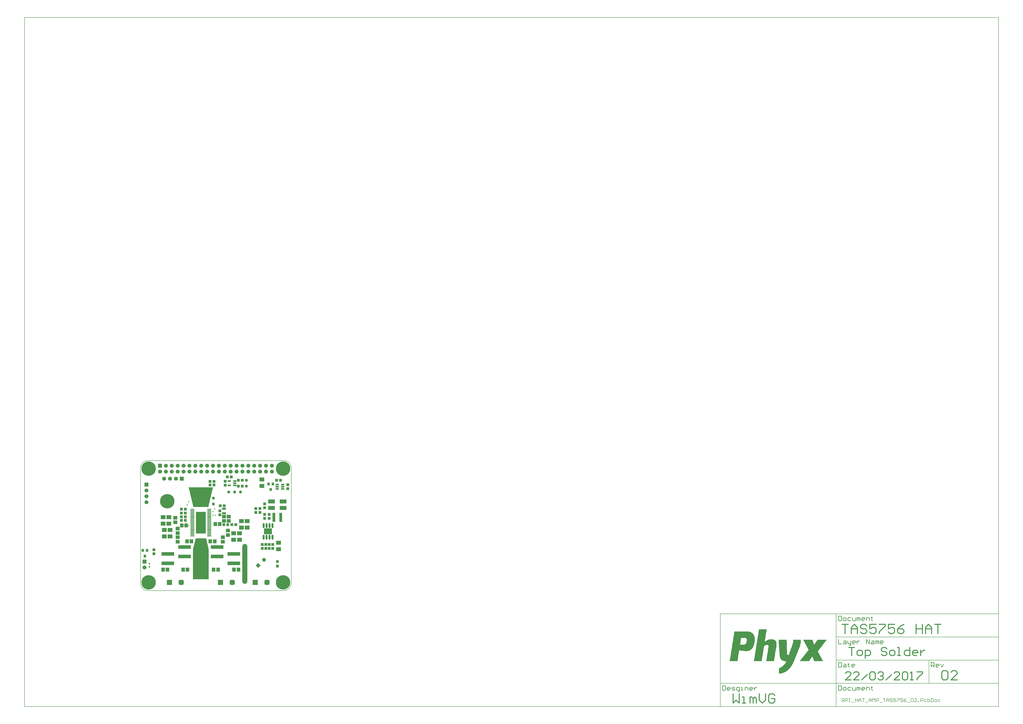
<source format=gts>
G04 Layer_Color=8388736*
%FSLAX25Y25*%
%MOIN*%
G70*
G01*
G75*
%ADD21R,0.06890X0.01181*%
%ADD34C,0.00787*%
%ADD35C,0.01575*%
%ADD36C,0.00984*%
%ADD46C,0.05118*%
%ADD54R,0.26575X0.50590*%
%ADD55R,0.11430X0.07099*%
%ADD56R,0.07887X0.07099*%
%ADD57R,0.21784X0.06430*%
%ADD58R,0.06706X0.03556*%
%ADD59R,0.04147X0.04737*%
%ADD60R,0.04147X0.04737*%
%ADD61R,0.05328X0.03162*%
%ADD62C,0.01968*%
%ADD63R,0.16942X0.36627*%
%ADD64R,0.02375X0.02690*%
%ADD65R,0.05131X0.04737*%
%ADD66R,0.04737X0.05131*%
%ADD67R,0.06706X0.05918*%
%ADD68R,0.05918X0.06706*%
%ADD69R,0.13792X0.10288*%
%ADD70O,0.03162X0.08674*%
%ADD71R,0.05131X0.15367*%
G04:AMPARAMS|DCode=72|XSize=57.21mil|YSize=57.21mil|CornerRadius=16.3mil|HoleSize=0mil|Usage=FLASHONLY|Rotation=45.000|XOffset=0mil|YOffset=0mil|HoleType=Round|Shape=RoundedRectangle|*
%AMROUNDEDRECTD72*
21,1,0.05721,0.02461,0,0,45.0*
21,1,0.02461,0.05721,0,0,45.0*
1,1,0.03261,0.01740,0.00000*
1,1,0.03261,0.00000,-0.01740*
1,1,0.03261,-0.01740,0.00000*
1,1,0.03261,0.00000,0.01740*
%
%ADD72ROUNDEDRECTD72*%
%ADD73P,0.08091X4X90.0*%
%ADD74R,0.04737X0.04737*%
G04:AMPARAMS|DCode=75|XSize=47.37mil|YSize=47.37mil|CornerRadius=13.84mil|HoleSize=0mil|Usage=FLASHONLY|Rotation=90.000|XOffset=0mil|YOffset=0mil|HoleType=Round|Shape=RoundedRectangle|*
%AMROUNDEDRECTD75*
21,1,0.04737,0.01968,0,0,90.0*
21,1,0.01968,0.04737,0,0,90.0*
1,1,0.02768,0.00984,0.00984*
1,1,0.02768,0.00984,-0.00984*
1,1,0.02768,-0.00984,-0.00984*
1,1,0.02768,-0.00984,0.00984*
%
%ADD75ROUNDEDRECTD75*%
%ADD76O,0.08674X0.67729*%
%ADD77C,0.24410*%
G04:AMPARAMS|DCode=78|XSize=86.74mil|YSize=86.74mil|CornerRadius=23.68mil|HoleSize=0mil|Usage=FLASHONLY|Rotation=0.000|XOffset=0mil|YOffset=0mil|HoleType=Round|Shape=RoundedRectangle|*
%AMROUNDEDRECTD78*
21,1,0.08674,0.03937,0,0,0.0*
21,1,0.03937,0.08674,0,0,0.0*
1,1,0.04737,0.01968,-0.01968*
1,1,0.04737,-0.01968,-0.01968*
1,1,0.04737,-0.01968,0.01968*
1,1,0.04737,0.01968,0.01968*
%
%ADD78ROUNDEDRECTD78*%
%ADD79R,0.08674X0.08674*%
%ADD80C,0.06706*%
%ADD81R,0.06706X0.06706*%
%ADD82R,0.06706X0.06706*%
G36*
X115157Y141732D02*
X89567D01*
X81693Y175197D01*
X123031D01*
X115157Y141732D01*
D02*
G37*
G36*
X115794Y69882D02*
X89219Y69882D01*
X93620Y88583D01*
X111394Y88583D01*
X115794Y69882D01*
D02*
G37*
G36*
X1165172Y-83717D02*
X1164886D01*
Y-84003D01*
X1164599D01*
Y-84290D01*
Y-84576D01*
X1164313D01*
Y-84862D01*
X1164027D01*
Y-85149D01*
X1163740D01*
Y-85435D01*
Y-85721D01*
X1163454D01*
Y-86007D01*
X1163168D01*
Y-86294D01*
X1162881D01*
Y-86580D01*
X1162595D01*
Y-86866D01*
Y-87153D01*
X1162309D01*
Y-87439D01*
X1162022D01*
Y-87725D01*
X1161736D01*
Y-88012D01*
Y-88298D01*
X1161450D01*
Y-88584D01*
X1161163D01*
Y-88871D01*
X1160877D01*
Y-89157D01*
X1160591D01*
Y-89443D01*
Y-89730D01*
X1160305D01*
Y-90016D01*
X1160018D01*
Y-90302D01*
X1159732D01*
Y-90588D01*
Y-90875D01*
X1159445D01*
Y-91161D01*
X1159159D01*
Y-91448D01*
X1158873D01*
Y-91734D01*
Y-92020D01*
X1158587D01*
Y-92306D01*
X1158300D01*
Y-92593D01*
X1158014D01*
Y-92879D01*
X1157728D01*
Y-93165D01*
Y-93452D01*
X1157441D01*
Y-93738D01*
X1157155D01*
Y-94024D01*
X1156869D01*
Y-94311D01*
Y-94597D01*
X1156582D01*
Y-94883D01*
X1156296D01*
Y-95170D01*
X1156010D01*
Y-95456D01*
Y-95742D01*
X1155723D01*
Y-96029D01*
X1155437D01*
Y-96315D01*
X1155151D01*
Y-96601D01*
X1154865D01*
Y-96887D01*
Y-97174D01*
X1154578D01*
Y-97460D01*
X1154292D01*
Y-97746D01*
X1154006D01*
Y-98033D01*
Y-98319D01*
X1153719D01*
Y-98605D01*
X1153433D01*
Y-98892D01*
X1153147D01*
Y-99178D01*
Y-99464D01*
X1152860D01*
Y-99751D01*
X1152574D01*
Y-100037D01*
X1152288D01*
Y-100323D01*
X1152001D01*
Y-100610D01*
Y-100896D01*
X1151715D01*
Y-101182D01*
X1151429D01*
Y-101468D01*
X1151142D01*
Y-101755D01*
Y-102041D01*
X1150856D01*
Y-102327D01*
X1150570D01*
Y-102614D01*
X1150284D01*
Y-102900D01*
X1149997D01*
Y-103186D01*
Y-103473D01*
X1150284D01*
Y-103759D01*
Y-104045D01*
X1150570D01*
Y-104332D01*
Y-104618D01*
X1150856D01*
Y-104904D01*
X1151142D01*
Y-105191D01*
Y-105477D01*
X1151429D01*
Y-105763D01*
Y-106049D01*
X1151715D01*
Y-106336D01*
Y-106622D01*
X1152001D01*
Y-106908D01*
Y-107195D01*
X1152288D01*
Y-107481D01*
Y-107767D01*
X1152574D01*
Y-108054D01*
Y-108340D01*
X1152860D01*
Y-108626D01*
Y-108913D01*
X1153147D01*
Y-109199D01*
Y-109485D01*
X1153433D01*
Y-109772D01*
X1153719D01*
Y-110058D01*
Y-110344D01*
X1154006D01*
Y-110630D01*
Y-110917D01*
X1154292D01*
Y-111203D01*
Y-111489D01*
X1154578D01*
Y-111776D01*
Y-112062D01*
X1154865D01*
Y-112348D01*
Y-112635D01*
X1155151D01*
Y-112921D01*
Y-113207D01*
X1155437D01*
Y-113494D01*
Y-113780D01*
X1155723D01*
Y-114066D01*
X1156010D01*
Y-114353D01*
Y-114639D01*
X1156296D01*
Y-114925D01*
Y-115211D01*
X1156582D01*
Y-115498D01*
Y-115784D01*
X1156869D01*
Y-116070D01*
Y-116357D01*
X1157155D01*
Y-116643D01*
Y-116929D01*
X1157441D01*
Y-117216D01*
Y-117502D01*
X1157728D01*
Y-117788D01*
Y-118075D01*
X1158014D01*
Y-118361D01*
X1158300D01*
Y-118647D01*
Y-118933D01*
X1158587D01*
Y-119220D01*
Y-119506D01*
X1158873D01*
Y-119792D01*
X1143698D01*
Y-119506D01*
X1143412D01*
Y-119220D01*
Y-118933D01*
Y-118647D01*
X1143126D01*
Y-118361D01*
Y-118075D01*
Y-117788D01*
X1142839D01*
Y-117502D01*
Y-117216D01*
X1142553D01*
Y-116929D01*
Y-116643D01*
Y-116357D01*
X1142267D01*
Y-116070D01*
Y-115784D01*
Y-115498D01*
X1141980D01*
Y-115211D01*
Y-114925D01*
X1141694D01*
Y-114639D01*
Y-114353D01*
Y-114066D01*
X1141408D01*
Y-113780D01*
Y-113494D01*
Y-113207D01*
X1141121D01*
Y-112921D01*
Y-112635D01*
Y-112348D01*
X1140835D01*
Y-112062D01*
X1140263D01*
Y-112348D01*
Y-112635D01*
X1139976D01*
Y-112921D01*
X1139690D01*
Y-113207D01*
Y-113494D01*
X1139404D01*
Y-113780D01*
X1139117D01*
Y-114066D01*
Y-114353D01*
X1138831D01*
Y-114639D01*
X1138545D01*
Y-114925D01*
Y-115211D01*
X1138258D01*
Y-115498D01*
X1137972D01*
Y-115784D01*
X1137686D01*
Y-116070D01*
Y-116357D01*
X1137399D01*
Y-116643D01*
X1137113D01*
Y-116929D01*
Y-117216D01*
X1136827D01*
Y-117502D01*
X1136541D01*
Y-117788D01*
Y-118075D01*
X1136254D01*
Y-118361D01*
X1135968D01*
Y-118647D01*
Y-118933D01*
X1135682D01*
Y-119220D01*
X1135395D01*
Y-119506D01*
Y-119792D01*
X1119362D01*
Y-119506D01*
X1119648D01*
Y-119220D01*
X1119934D01*
Y-118933D01*
X1120221D01*
Y-118647D01*
X1120507D01*
Y-118361D01*
Y-118075D01*
X1120793D01*
Y-117788D01*
X1121080D01*
Y-117502D01*
X1121366D01*
Y-117216D01*
X1121652D01*
Y-116929D01*
Y-116643D01*
X1121939D01*
Y-116357D01*
X1122225D01*
Y-116070D01*
X1122511D01*
Y-115784D01*
Y-115498D01*
X1122797D01*
Y-115211D01*
X1123084D01*
Y-114925D01*
X1123370D01*
Y-114639D01*
X1123656D01*
Y-114353D01*
Y-114066D01*
X1123943D01*
Y-113780D01*
X1124229D01*
Y-113494D01*
X1124515D01*
Y-113207D01*
X1124802D01*
Y-112921D01*
Y-112635D01*
X1125088D01*
Y-112348D01*
X1125374D01*
Y-112062D01*
X1125661D01*
Y-111776D01*
Y-111489D01*
X1125947D01*
Y-111203D01*
X1126233D01*
Y-110917D01*
X1126519D01*
Y-110630D01*
X1126806D01*
Y-110344D01*
Y-110058D01*
X1127092D01*
Y-109772D01*
X1127378D01*
Y-109485D01*
X1127665D01*
Y-109199D01*
Y-108913D01*
X1127951D01*
Y-108626D01*
X1128237D01*
Y-108340D01*
X1128524D01*
Y-108054D01*
X1128810D01*
Y-107767D01*
Y-107481D01*
X1129096D01*
Y-107195D01*
X1129383D01*
Y-106908D01*
X1129669D01*
Y-106622D01*
Y-106336D01*
X1129955D01*
Y-106049D01*
X1130242D01*
Y-105763D01*
X1130528D01*
Y-105477D01*
X1130814D01*
Y-105191D01*
Y-104904D01*
X1131100D01*
Y-104618D01*
X1131387D01*
Y-104332D01*
X1131673D01*
Y-104045D01*
X1131960D01*
Y-103759D01*
Y-103473D01*
X1132246D01*
Y-103186D01*
X1132532D01*
Y-102900D01*
X1132818D01*
Y-102614D01*
Y-102327D01*
X1133105D01*
Y-102041D01*
X1133391D01*
Y-101755D01*
X1133677D01*
Y-101468D01*
X1133964D01*
Y-101182D01*
Y-100896D01*
X1134250D01*
Y-100610D01*
Y-100323D01*
Y-100037D01*
X1133964D01*
Y-99751D01*
X1133677D01*
Y-99464D01*
Y-99178D01*
X1133391D01*
Y-98892D01*
Y-98605D01*
X1133105D01*
Y-98319D01*
Y-98033D01*
X1132818D01*
Y-97746D01*
Y-97460D01*
X1132532D01*
Y-97174D01*
Y-96887D01*
X1132246D01*
Y-96601D01*
Y-96315D01*
X1131960D01*
Y-96029D01*
X1131673D01*
Y-95742D01*
Y-95456D01*
X1131387D01*
Y-95170D01*
Y-94883D01*
X1131100D01*
Y-94597D01*
Y-94311D01*
X1130814D01*
Y-94024D01*
Y-93738D01*
X1130528D01*
Y-93452D01*
Y-93165D01*
X1130242D01*
Y-92879D01*
Y-92593D01*
X1129955D01*
Y-92306D01*
X1129669D01*
Y-92020D01*
Y-91734D01*
X1129383D01*
Y-91448D01*
Y-91161D01*
X1129096D01*
Y-90875D01*
Y-90588D01*
X1128810D01*
Y-90302D01*
Y-90016D01*
X1128524D01*
Y-89730D01*
Y-89443D01*
X1128237D01*
Y-89157D01*
Y-88871D01*
X1127951D01*
Y-88584D01*
Y-88298D01*
X1127665D01*
Y-88012D01*
X1127378D01*
Y-87725D01*
Y-87439D01*
X1127092D01*
Y-87153D01*
Y-86866D01*
X1126806D01*
Y-86580D01*
Y-86294D01*
X1126519D01*
Y-86007D01*
Y-85721D01*
X1126233D01*
Y-85435D01*
Y-85149D01*
X1125947D01*
Y-84862D01*
Y-84576D01*
X1125661D01*
Y-84290D01*
X1125374D01*
Y-84003D01*
Y-83717D01*
X1125088D01*
Y-83431D01*
X1140835D01*
Y-83717D01*
X1141121D01*
Y-84003D01*
Y-84290D01*
Y-84576D01*
X1141408D01*
Y-84862D01*
Y-85149D01*
Y-85435D01*
X1141694D01*
Y-85721D01*
Y-86007D01*
Y-86294D01*
X1141980D01*
Y-86580D01*
Y-86866D01*
Y-87153D01*
X1142267D01*
Y-87439D01*
Y-87725D01*
Y-88012D01*
X1142553D01*
Y-88298D01*
Y-88584D01*
Y-88871D01*
X1142839D01*
Y-89157D01*
Y-89443D01*
Y-89730D01*
X1143126D01*
Y-90016D01*
Y-90302D01*
Y-90588D01*
X1143412D01*
Y-90875D01*
Y-91161D01*
Y-91448D01*
Y-91734D01*
X1143985D01*
Y-91448D01*
X1144271D01*
Y-91161D01*
X1144557D01*
Y-90875D01*
Y-90588D01*
X1144844D01*
Y-90302D01*
X1145130D01*
Y-90016D01*
Y-89730D01*
X1145416D01*
Y-89443D01*
X1145702D01*
Y-89157D01*
Y-88871D01*
X1145989D01*
Y-88584D01*
X1146275D01*
Y-88298D01*
Y-88012D01*
X1146561D01*
Y-87725D01*
X1146848D01*
Y-87439D01*
Y-87153D01*
X1147134D01*
Y-86866D01*
X1147420D01*
Y-86580D01*
Y-86294D01*
X1147707D01*
Y-86007D01*
X1147993D01*
Y-85721D01*
Y-85435D01*
X1148279D01*
Y-85149D01*
X1148566D01*
Y-84862D01*
Y-84576D01*
X1148852D01*
Y-84290D01*
X1149138D01*
Y-84003D01*
Y-83717D01*
X1149425D01*
Y-83431D01*
X1165172D01*
Y-83717D01*
D02*
G37*
G36*
X1032036Y-69688D02*
X1033754D01*
Y-69974D01*
X1034613D01*
Y-70260D01*
X1035472D01*
Y-70547D01*
X1036331D01*
Y-70833D01*
X1036904D01*
Y-71119D01*
X1037190D01*
Y-71406D01*
X1037763D01*
Y-71692D01*
X1038049D01*
Y-71978D01*
X1038622D01*
Y-72264D01*
X1038908D01*
Y-72551D01*
X1039194D01*
Y-72837D01*
X1039480D01*
Y-73123D01*
X1039767D01*
Y-73410D01*
X1040053D01*
Y-73696D01*
X1040339D01*
Y-73982D01*
Y-74269D01*
X1040626D01*
Y-74555D01*
X1040912D01*
Y-74841D01*
Y-75128D01*
X1041198D01*
Y-75414D01*
X1041485D01*
Y-75700D01*
Y-75987D01*
X1041771D01*
Y-76273D01*
Y-76559D01*
Y-76846D01*
X1042057D01*
Y-77132D01*
Y-77418D01*
Y-77704D01*
X1042344D01*
Y-77991D01*
Y-78277D01*
Y-78563D01*
Y-78850D01*
X1042630D01*
Y-79136D01*
Y-79422D01*
Y-79709D01*
Y-79995D01*
Y-80281D01*
X1042916D01*
Y-80568D01*
Y-80854D01*
Y-81140D01*
Y-81427D01*
Y-81713D01*
Y-81999D01*
Y-82285D01*
Y-82572D01*
Y-82858D01*
Y-83144D01*
Y-83431D01*
Y-83717D01*
Y-84003D01*
Y-84290D01*
Y-84576D01*
Y-84862D01*
Y-85149D01*
Y-85435D01*
Y-85721D01*
Y-86007D01*
X1042630D01*
Y-86294D01*
Y-86580D01*
Y-86866D01*
Y-87153D01*
Y-87439D01*
Y-87725D01*
Y-88012D01*
X1042344D01*
Y-88298D01*
Y-88584D01*
Y-88871D01*
Y-89157D01*
Y-89443D01*
X1042057D01*
Y-89730D01*
Y-90016D01*
Y-90302D01*
Y-90588D01*
Y-90875D01*
X1041771D01*
Y-91161D01*
Y-91448D01*
Y-91734D01*
X1041485D01*
Y-92020D01*
Y-92306D01*
Y-92593D01*
Y-92879D01*
X1041198D01*
Y-93165D01*
Y-93452D01*
Y-93738D01*
X1040912D01*
Y-94024D01*
Y-94311D01*
X1040626D01*
Y-94597D01*
Y-94883D01*
Y-95170D01*
X1040339D01*
Y-95456D01*
Y-95742D01*
X1040053D01*
Y-96029D01*
Y-96315D01*
X1039767D01*
Y-96601D01*
Y-96887D01*
X1039480D01*
Y-97174D01*
X1039194D01*
Y-97460D01*
Y-97746D01*
X1038908D01*
Y-98033D01*
X1038622D01*
Y-98319D01*
X1038335D01*
Y-98605D01*
Y-98892D01*
X1038049D01*
Y-99178D01*
X1037763D01*
Y-99464D01*
X1037476D01*
Y-99751D01*
X1037190D01*
Y-100037D01*
X1036904D01*
Y-100323D01*
X1036331D01*
Y-100610D01*
X1036045D01*
Y-100896D01*
X1035472D01*
Y-101182D01*
X1035186D01*
Y-101468D01*
X1034613D01*
Y-101755D01*
X1033754D01*
Y-102041D01*
X1032895D01*
Y-102327D01*
X1032036D01*
Y-102614D01*
X1030318D01*
Y-102900D01*
X1025165D01*
Y-102614D01*
X1022588D01*
Y-102327D01*
X1020584D01*
Y-102041D01*
X1019152D01*
Y-101755D01*
X1017721D01*
Y-101468D01*
X1016289D01*
Y-101755D01*
Y-102041D01*
Y-102327D01*
Y-102614D01*
Y-102900D01*
Y-103186D01*
Y-103473D01*
X1016003D01*
Y-103759D01*
Y-104045D01*
Y-104332D01*
Y-104618D01*
Y-104904D01*
Y-105191D01*
X1015716D01*
Y-105477D01*
Y-105763D01*
Y-106049D01*
Y-106336D01*
Y-106622D01*
Y-106908D01*
X1015430D01*
Y-107195D01*
Y-107481D01*
Y-107767D01*
Y-108054D01*
Y-108340D01*
Y-108626D01*
Y-108913D01*
X1015144D01*
Y-109199D01*
Y-109485D01*
Y-109772D01*
Y-110058D01*
Y-110344D01*
Y-110630D01*
X1014857D01*
Y-110917D01*
Y-111203D01*
Y-111489D01*
Y-111776D01*
Y-112062D01*
Y-112348D01*
X1014571D01*
Y-112635D01*
Y-112921D01*
Y-113207D01*
Y-113494D01*
Y-113780D01*
Y-114066D01*
Y-114353D01*
X1014285D01*
Y-114639D01*
Y-114925D01*
Y-115211D01*
Y-115498D01*
Y-115784D01*
Y-116070D01*
X1013999D01*
Y-116357D01*
Y-116643D01*
Y-116929D01*
Y-117216D01*
Y-117502D01*
Y-117788D01*
X1013712D01*
Y-118075D01*
Y-118361D01*
Y-118647D01*
Y-118933D01*
Y-119220D01*
Y-119506D01*
Y-119792D01*
X1000256D01*
Y-119506D01*
X1000542D01*
Y-119220D01*
Y-118933D01*
Y-118647D01*
Y-118361D01*
Y-118075D01*
X1000828D01*
Y-117788D01*
Y-117502D01*
Y-117216D01*
Y-116929D01*
Y-116643D01*
Y-116357D01*
Y-116070D01*
X1001114D01*
Y-115784D01*
Y-115498D01*
Y-115211D01*
Y-114925D01*
Y-114639D01*
Y-114353D01*
X1001401D01*
Y-114066D01*
Y-113780D01*
Y-113494D01*
Y-113207D01*
Y-112921D01*
Y-112635D01*
X1001687D01*
Y-112348D01*
Y-112062D01*
Y-111776D01*
Y-111489D01*
Y-111203D01*
Y-110917D01*
Y-110630D01*
X1001974D01*
Y-110344D01*
Y-110058D01*
Y-109772D01*
Y-109485D01*
Y-109199D01*
Y-108913D01*
X1002260D01*
Y-108626D01*
Y-108340D01*
Y-108054D01*
Y-107767D01*
Y-107481D01*
Y-107195D01*
X1002546D01*
Y-106908D01*
Y-106622D01*
Y-106336D01*
Y-106049D01*
Y-105763D01*
Y-105477D01*
X1002832D01*
Y-105191D01*
Y-104904D01*
Y-104618D01*
Y-104332D01*
Y-104045D01*
Y-103759D01*
Y-103473D01*
X1003119D01*
Y-103186D01*
Y-102900D01*
Y-102614D01*
Y-102327D01*
Y-102041D01*
Y-101755D01*
X1003405D01*
Y-101468D01*
Y-101182D01*
Y-100896D01*
Y-100610D01*
Y-100323D01*
Y-100037D01*
X1003691D01*
Y-99751D01*
Y-99464D01*
Y-99178D01*
Y-98892D01*
Y-98605D01*
Y-98319D01*
X1003978D01*
Y-98033D01*
Y-97746D01*
Y-97460D01*
Y-97174D01*
Y-96887D01*
Y-96601D01*
Y-96315D01*
X1004264D01*
Y-96029D01*
Y-95742D01*
Y-95456D01*
Y-95170D01*
Y-94883D01*
Y-94597D01*
X1004550D01*
Y-94311D01*
Y-94024D01*
Y-93738D01*
Y-93452D01*
Y-93165D01*
Y-92879D01*
X1004837D01*
Y-92593D01*
Y-92306D01*
Y-92020D01*
Y-91734D01*
Y-91448D01*
Y-91161D01*
Y-90875D01*
X1005123D01*
Y-90588D01*
Y-90302D01*
Y-90016D01*
Y-89730D01*
Y-89443D01*
Y-89157D01*
X1005409D01*
Y-88871D01*
Y-88584D01*
Y-88298D01*
Y-88012D01*
Y-87725D01*
Y-87439D01*
X1005696D01*
Y-87153D01*
Y-86866D01*
Y-86580D01*
Y-86294D01*
Y-86007D01*
Y-85721D01*
X1005982D01*
Y-85435D01*
Y-85149D01*
Y-84862D01*
Y-84576D01*
Y-84290D01*
Y-84003D01*
Y-83717D01*
X1006268D01*
Y-83431D01*
Y-83144D01*
Y-82858D01*
Y-82572D01*
Y-82285D01*
Y-81999D01*
X1006555D01*
Y-81713D01*
Y-81427D01*
Y-81140D01*
Y-80854D01*
Y-80568D01*
Y-80281D01*
X1006841D01*
Y-79995D01*
Y-79709D01*
Y-79422D01*
Y-79136D01*
Y-78850D01*
Y-78563D01*
Y-78277D01*
X1007127D01*
Y-77991D01*
Y-77704D01*
Y-77418D01*
Y-77132D01*
Y-76846D01*
Y-76559D01*
X1007413D01*
Y-76273D01*
Y-75987D01*
Y-75700D01*
Y-75414D01*
Y-75128D01*
Y-74841D01*
X1007700D01*
Y-74555D01*
Y-74269D01*
Y-73982D01*
Y-73696D01*
Y-73410D01*
Y-73123D01*
Y-72837D01*
X1007986D01*
Y-72551D01*
Y-72264D01*
Y-71978D01*
Y-71692D01*
Y-71406D01*
Y-71119D01*
X1008272D01*
Y-70833D01*
Y-70547D01*
Y-70260D01*
Y-69974D01*
Y-69688D01*
Y-69401D01*
X1032036D01*
Y-69688D01*
D02*
G37*
G36*
X1121080Y-83717D02*
Y-84003D01*
Y-84290D01*
Y-84576D01*
Y-84862D01*
Y-85149D01*
Y-85435D01*
Y-85721D01*
Y-86007D01*
Y-86294D01*
Y-86580D01*
Y-86866D01*
Y-87153D01*
Y-87439D01*
Y-87725D01*
Y-88012D01*
Y-88298D01*
Y-88584D01*
Y-88871D01*
Y-89157D01*
Y-89443D01*
X1120793D01*
Y-89730D01*
Y-90016D01*
Y-90302D01*
Y-90588D01*
Y-90875D01*
X1120507D01*
Y-91161D01*
Y-91448D01*
Y-91734D01*
Y-92020D01*
X1120221D01*
Y-92306D01*
Y-92593D01*
Y-92879D01*
Y-93165D01*
X1119934D01*
Y-93452D01*
Y-93738D01*
Y-94024D01*
X1119648D01*
Y-94311D01*
Y-94597D01*
Y-94883D01*
X1119362D01*
Y-95170D01*
Y-95456D01*
Y-95742D01*
X1119075D01*
Y-96029D01*
Y-96315D01*
Y-96601D01*
X1118789D01*
Y-96887D01*
Y-97174D01*
X1118503D01*
Y-97460D01*
Y-97746D01*
X1118217D01*
Y-98033D01*
Y-98319D01*
Y-98605D01*
X1117930D01*
Y-98892D01*
Y-99178D01*
X1117644D01*
Y-99464D01*
Y-99751D01*
Y-100037D01*
X1117358D01*
Y-100323D01*
Y-100610D01*
X1117071D01*
Y-100896D01*
Y-101182D01*
Y-101468D01*
X1116785D01*
Y-101755D01*
Y-102041D01*
X1116499D01*
Y-102327D01*
Y-102614D01*
Y-102900D01*
X1116212D01*
Y-103186D01*
Y-103473D01*
X1115926D01*
Y-103759D01*
Y-104045D01*
Y-104332D01*
X1115640D01*
Y-104618D01*
Y-104904D01*
X1115353D01*
Y-105191D01*
Y-105477D01*
Y-105763D01*
X1115067D01*
Y-106049D01*
Y-106336D01*
X1114781D01*
Y-106622D01*
Y-106908D01*
Y-107195D01*
X1114494D01*
Y-107481D01*
Y-107767D01*
X1114208D01*
Y-108054D01*
Y-108340D01*
Y-108626D01*
X1113922D01*
Y-108913D01*
Y-109199D01*
X1113636D01*
Y-109485D01*
Y-109772D01*
Y-110058D01*
X1113349D01*
Y-110344D01*
Y-110630D01*
X1113063D01*
Y-110917D01*
Y-111203D01*
Y-111489D01*
X1112776D01*
Y-111776D01*
Y-112062D01*
X1112490D01*
Y-112348D01*
Y-112635D01*
Y-112921D01*
X1112204D01*
Y-113207D01*
Y-113494D01*
X1111918D01*
Y-113780D01*
Y-114066D01*
Y-114353D01*
X1111631D01*
Y-114639D01*
Y-114925D01*
X1111345D01*
Y-115211D01*
Y-115498D01*
Y-115784D01*
X1111059D01*
Y-116070D01*
Y-116357D01*
X1110772D01*
Y-116643D01*
Y-116929D01*
Y-117216D01*
X1110486D01*
Y-117502D01*
Y-117788D01*
X1110200D01*
Y-118075D01*
Y-118361D01*
Y-118647D01*
X1109913D01*
Y-118933D01*
Y-119220D01*
X1109627D01*
Y-119506D01*
Y-119792D01*
Y-120079D01*
X1109341D01*
Y-120365D01*
Y-120651D01*
X1109054D01*
Y-120938D01*
Y-121224D01*
X1108768D01*
Y-121510D01*
Y-121797D01*
X1108482D01*
Y-122083D01*
Y-122369D01*
Y-122656D01*
X1108195D01*
Y-122942D01*
X1107909D01*
Y-123228D01*
Y-123514D01*
Y-123801D01*
X1107623D01*
Y-124087D01*
X1107337D01*
Y-124373D01*
Y-124660D01*
X1107050D01*
Y-124946D01*
Y-125232D01*
X1106764D01*
Y-125519D01*
Y-125805D01*
X1106478D01*
Y-126091D01*
Y-126378D01*
X1106191D01*
Y-126664D01*
X1105905D01*
Y-126950D01*
Y-127237D01*
X1105619D01*
Y-127523D01*
Y-127809D01*
X1105332D01*
Y-128095D01*
X1105046D01*
Y-128382D01*
X1104760D01*
Y-128668D01*
Y-128954D01*
X1104473D01*
Y-129241D01*
X1104187D01*
Y-129527D01*
Y-129813D01*
X1103901D01*
Y-130100D01*
X1103615D01*
Y-130386D01*
X1103328D01*
Y-130672D01*
Y-130959D01*
X1103042D01*
Y-131245D01*
X1102756D01*
Y-131531D01*
X1102469D01*
Y-131818D01*
X1102183D01*
Y-132104D01*
X1101897D01*
Y-132390D01*
Y-132676D01*
X1101610D01*
Y-132963D01*
X1101324D01*
Y-133249D01*
X1101038D01*
Y-133535D01*
X1100751D01*
Y-133822D01*
X1100465D01*
Y-134108D01*
X1100179D01*
Y-134394D01*
X1099892D01*
Y-134681D01*
X1099320D01*
Y-134967D01*
X1099034D01*
Y-135253D01*
X1098747D01*
Y-135540D01*
X1098461D01*
Y-135826D01*
X1098175D01*
Y-136112D01*
X1097602D01*
Y-136399D01*
X1097316D01*
Y-136685D01*
X1096743D01*
Y-136971D01*
X1096457D01*
Y-137258D01*
X1095884D01*
Y-137544D01*
X1095598D01*
Y-137830D01*
X1095025D01*
Y-138117D01*
X1094452D01*
Y-138403D01*
X1093880D01*
Y-138689D01*
X1093307D01*
Y-138975D01*
X1092735D01*
Y-139262D01*
X1091876D01*
Y-139548D01*
X1091303D01*
Y-139834D01*
X1090444D01*
Y-140121D01*
X1089299D01*
Y-140407D01*
X1088154D01*
Y-140693D01*
X1086436D01*
Y-140980D01*
X1084432D01*
Y-141266D01*
X1084145D01*
Y-140980D01*
Y-140693D01*
Y-140407D01*
Y-140121D01*
Y-139834D01*
Y-139548D01*
Y-139262D01*
Y-138975D01*
Y-138689D01*
Y-138403D01*
Y-138117D01*
Y-137830D01*
Y-137544D01*
Y-137258D01*
Y-136971D01*
Y-136685D01*
Y-136399D01*
Y-136112D01*
Y-135826D01*
Y-135540D01*
Y-135253D01*
Y-134967D01*
Y-134681D01*
Y-134394D01*
Y-134108D01*
Y-133822D01*
Y-133535D01*
Y-133249D01*
Y-132963D01*
Y-132676D01*
Y-132390D01*
Y-132104D01*
Y-131818D01*
X1084718D01*
Y-131531D01*
X1085291D01*
Y-131245D01*
X1085863D01*
Y-130959D01*
X1086436D01*
Y-130672D01*
X1087008D01*
Y-130386D01*
X1087581D01*
Y-130100D01*
X1087867D01*
Y-129813D01*
X1088440D01*
Y-129527D01*
X1088726D01*
Y-129241D01*
X1089299D01*
Y-128954D01*
X1089585D01*
Y-128668D01*
X1089872D01*
Y-128382D01*
X1090444D01*
Y-128095D01*
X1090730D01*
Y-127809D01*
X1091017D01*
Y-127523D01*
X1091303D01*
Y-127237D01*
X1091589D01*
Y-126950D01*
X1091876D01*
Y-126664D01*
X1092162D01*
Y-126378D01*
X1092448D01*
Y-126091D01*
X1092735D01*
Y-125805D01*
X1093021D01*
Y-125519D01*
X1093307D01*
Y-125232D01*
X1093594D01*
Y-124946D01*
Y-124660D01*
X1093880D01*
Y-124373D01*
X1094166D01*
Y-124087D01*
X1094452D01*
Y-123801D01*
Y-123514D01*
X1094739D01*
Y-123228D01*
X1095025D01*
Y-122942D01*
Y-122656D01*
X1095311D01*
Y-122369D01*
Y-122083D01*
X1095598D01*
Y-121797D01*
X1095884D01*
Y-121510D01*
Y-121224D01*
X1096170D01*
Y-120938D01*
Y-120651D01*
X1096457D01*
Y-120365D01*
Y-120079D01*
X1094739D01*
Y-119792D01*
X1092735D01*
Y-119506D01*
X1091589D01*
Y-119220D01*
X1091017D01*
Y-118933D01*
X1090158D01*
Y-118647D01*
X1089585D01*
Y-118361D01*
X1089299D01*
Y-118075D01*
X1088726D01*
Y-117788D01*
X1088440D01*
Y-117502D01*
X1088154D01*
Y-117216D01*
X1087867D01*
Y-116929D01*
X1087581D01*
Y-116643D01*
X1087295D01*
Y-116357D01*
Y-116070D01*
X1087008D01*
Y-115784D01*
X1086722D01*
Y-115498D01*
Y-115211D01*
X1086436D01*
Y-114925D01*
Y-114639D01*
X1086149D01*
Y-114353D01*
Y-114066D01*
X1085863D01*
Y-113780D01*
Y-113494D01*
Y-113207D01*
X1085577D01*
Y-112921D01*
Y-112635D01*
Y-112348D01*
Y-112062D01*
X1085291D01*
Y-111776D01*
Y-111489D01*
Y-111203D01*
Y-110917D01*
Y-110630D01*
Y-110344D01*
Y-110058D01*
X1085004D01*
Y-109772D01*
Y-109485D01*
Y-109199D01*
Y-108913D01*
Y-108626D01*
Y-108340D01*
Y-108054D01*
Y-107767D01*
Y-107481D01*
Y-107195D01*
Y-106908D01*
Y-106622D01*
Y-106336D01*
Y-106049D01*
Y-105763D01*
X1084718D01*
Y-105477D01*
Y-105191D01*
Y-104904D01*
Y-104618D01*
Y-104332D01*
Y-104045D01*
Y-103759D01*
Y-103473D01*
Y-103186D01*
Y-102900D01*
Y-102614D01*
Y-102327D01*
Y-102041D01*
Y-101755D01*
Y-101468D01*
X1084432D01*
Y-101182D01*
Y-100896D01*
Y-100610D01*
Y-100323D01*
Y-100037D01*
Y-99751D01*
Y-99464D01*
Y-99178D01*
Y-98892D01*
Y-98605D01*
Y-98319D01*
Y-98033D01*
Y-97746D01*
Y-97460D01*
Y-97174D01*
Y-96887D01*
X1084145D01*
Y-96601D01*
Y-96315D01*
Y-96029D01*
Y-95742D01*
Y-95456D01*
Y-95170D01*
Y-94883D01*
Y-94597D01*
Y-94311D01*
Y-94024D01*
Y-93738D01*
Y-93452D01*
Y-93165D01*
Y-92879D01*
Y-92593D01*
Y-92306D01*
X1083859D01*
Y-92020D01*
Y-91734D01*
Y-91448D01*
Y-91161D01*
Y-90875D01*
Y-90588D01*
Y-90302D01*
Y-90016D01*
Y-89730D01*
Y-89443D01*
Y-89157D01*
Y-88871D01*
Y-88584D01*
Y-88298D01*
X1083573D01*
Y-88012D01*
Y-87725D01*
Y-87439D01*
Y-87153D01*
Y-86866D01*
Y-86580D01*
Y-86294D01*
Y-86007D01*
Y-85721D01*
Y-85435D01*
Y-85149D01*
Y-84862D01*
Y-84576D01*
Y-84290D01*
Y-84003D01*
Y-83717D01*
X1083286D01*
Y-83431D01*
X1097029D01*
Y-83717D01*
Y-84003D01*
Y-84290D01*
Y-84576D01*
Y-84862D01*
Y-85149D01*
Y-85435D01*
Y-85721D01*
Y-86007D01*
Y-86294D01*
Y-86580D01*
Y-86866D01*
Y-87153D01*
Y-87439D01*
X1097316D01*
Y-87725D01*
Y-88012D01*
Y-88298D01*
Y-88584D01*
Y-88871D01*
Y-89157D01*
Y-89443D01*
Y-89730D01*
Y-90016D01*
Y-90302D01*
Y-90588D01*
Y-90875D01*
Y-91161D01*
Y-91448D01*
Y-91734D01*
Y-92020D01*
Y-92306D01*
Y-92593D01*
Y-92879D01*
Y-93165D01*
Y-93452D01*
Y-93738D01*
Y-94024D01*
Y-94311D01*
Y-94597D01*
Y-94883D01*
Y-95170D01*
Y-95456D01*
Y-95742D01*
Y-96029D01*
Y-96315D01*
Y-96601D01*
Y-96887D01*
Y-97174D01*
Y-97460D01*
Y-97746D01*
Y-98033D01*
Y-98319D01*
Y-98605D01*
Y-98892D01*
Y-99178D01*
X1097602D01*
Y-99464D01*
X1097316D01*
Y-99751D01*
Y-100037D01*
X1097602D01*
Y-100323D01*
Y-100610D01*
Y-100896D01*
Y-101182D01*
Y-101468D01*
Y-101755D01*
Y-102041D01*
Y-102327D01*
Y-102614D01*
Y-102900D01*
Y-103186D01*
Y-103473D01*
Y-103759D01*
Y-104045D01*
Y-104332D01*
Y-104618D01*
Y-104904D01*
Y-105191D01*
Y-105477D01*
Y-105763D01*
Y-106049D01*
Y-106336D01*
Y-106622D01*
Y-106908D01*
Y-107195D01*
Y-107481D01*
X1097888D01*
Y-107767D01*
Y-108054D01*
Y-108340D01*
X1098175D01*
Y-108626D01*
X1098461D01*
Y-108913D01*
X1098747D01*
Y-109199D01*
X1099606D01*
Y-109485D01*
X1100465D01*
Y-109199D01*
X1100751D01*
Y-108913D01*
Y-108626D01*
Y-108340D01*
X1101038D01*
Y-108054D01*
Y-107767D01*
X1101324D01*
Y-107481D01*
Y-107195D01*
Y-106908D01*
X1101610D01*
Y-106622D01*
Y-106336D01*
Y-106049D01*
X1101897D01*
Y-105763D01*
Y-105477D01*
Y-105191D01*
X1102183D01*
Y-104904D01*
Y-104618D01*
Y-104332D01*
X1102469D01*
Y-104045D01*
Y-103759D01*
X1102756D01*
Y-103473D01*
Y-103186D01*
Y-102900D01*
X1103042D01*
Y-102614D01*
Y-102327D01*
Y-102041D01*
X1103328D01*
Y-101755D01*
Y-101468D01*
Y-101182D01*
X1103615D01*
Y-100896D01*
Y-100610D01*
X1103901D01*
Y-100323D01*
Y-100037D01*
Y-99751D01*
X1104187D01*
Y-99464D01*
Y-99178D01*
Y-98892D01*
X1104473D01*
Y-98605D01*
Y-98319D01*
Y-98033D01*
X1104760D01*
Y-97746D01*
Y-97460D01*
X1105046D01*
Y-97174D01*
Y-96887D01*
Y-96601D01*
X1105332D01*
Y-96315D01*
Y-96029D01*
Y-95742D01*
X1105619D01*
Y-95456D01*
Y-95170D01*
Y-94883D01*
X1105905D01*
Y-94597D01*
Y-94311D01*
X1106191D01*
Y-94024D01*
Y-93738D01*
Y-93452D01*
X1106478D01*
Y-93165D01*
Y-92879D01*
Y-92593D01*
X1106764D01*
Y-92306D01*
Y-92020D01*
Y-91734D01*
X1107050D01*
Y-91448D01*
Y-91161D01*
Y-90875D01*
Y-90588D01*
X1107337D01*
Y-90302D01*
Y-90016D01*
Y-89730D01*
Y-89443D01*
X1107623D01*
Y-89157D01*
Y-88871D01*
Y-88584D01*
Y-88298D01*
Y-88012D01*
X1107909D01*
Y-87725D01*
Y-87439D01*
Y-87153D01*
Y-86866D01*
Y-86580D01*
Y-86294D01*
X1108195D01*
Y-86007D01*
Y-85721D01*
Y-85435D01*
Y-85149D01*
Y-84862D01*
Y-84576D01*
Y-84290D01*
Y-84003D01*
Y-83717D01*
Y-83431D01*
X1121080D01*
Y-83717D01*
D02*
G37*
G36*
X1063244Y-66252D02*
Y-66538D01*
X1062958D01*
Y-66825D01*
Y-67111D01*
Y-67397D01*
Y-67684D01*
Y-67970D01*
Y-68256D01*
X1062672D01*
Y-68542D01*
Y-68829D01*
Y-69115D01*
Y-69401D01*
Y-69688D01*
Y-69974D01*
X1062385D01*
Y-70260D01*
Y-70547D01*
Y-70833D01*
Y-71119D01*
Y-71406D01*
Y-71692D01*
Y-71978D01*
X1062099D01*
Y-72264D01*
Y-72551D01*
Y-72837D01*
Y-73123D01*
Y-73410D01*
Y-73696D01*
X1061813D01*
Y-73982D01*
Y-74269D01*
Y-74555D01*
Y-74841D01*
Y-75128D01*
Y-75414D01*
X1061526D01*
Y-75700D01*
Y-75987D01*
Y-76273D01*
Y-76559D01*
Y-76846D01*
Y-77132D01*
Y-77418D01*
X1061240D01*
Y-77704D01*
Y-77991D01*
Y-78277D01*
Y-78563D01*
Y-78850D01*
Y-79136D01*
X1060954D01*
Y-79422D01*
Y-79709D01*
Y-79995D01*
Y-80281D01*
Y-80568D01*
Y-80854D01*
X1060668D01*
Y-81140D01*
Y-81427D01*
Y-81713D01*
Y-81999D01*
Y-82285D01*
Y-82572D01*
X1060381D01*
Y-82858D01*
Y-83144D01*
Y-83431D01*
Y-83717D01*
Y-84003D01*
Y-84290D01*
Y-84576D01*
X1060095D01*
Y-84862D01*
Y-85149D01*
Y-85435D01*
Y-85721D01*
Y-86007D01*
Y-86294D01*
X1059809D01*
Y-86580D01*
Y-86866D01*
X1060381D01*
Y-86580D01*
X1060668D01*
Y-86294D01*
X1060954D01*
Y-86007D01*
X1061526D01*
Y-85721D01*
X1061813D01*
Y-85435D01*
X1062099D01*
Y-85149D01*
X1062672D01*
Y-84862D01*
X1063244D01*
Y-84576D01*
X1063531D01*
Y-84290D01*
X1064103D01*
Y-84003D01*
X1064962D01*
Y-83717D01*
X1065535D01*
Y-83431D01*
X1066394D01*
Y-83144D01*
X1067825D01*
Y-82858D01*
X1074124D01*
Y-83144D01*
X1075270D01*
Y-83431D01*
X1076128D01*
Y-83717D01*
X1076701D01*
Y-84003D01*
X1076987D01*
Y-84290D01*
X1077560D01*
Y-84576D01*
X1077846D01*
Y-84862D01*
X1078133D01*
Y-85149D01*
X1078419D01*
Y-85435D01*
X1078705D01*
Y-85721D01*
Y-86007D01*
X1078992D01*
Y-86294D01*
Y-86580D01*
X1079278D01*
Y-86866D01*
Y-87153D01*
Y-87439D01*
X1079564D01*
Y-87725D01*
Y-88012D01*
Y-88298D01*
Y-88584D01*
X1079850D01*
Y-88871D01*
Y-89157D01*
Y-89443D01*
Y-89730D01*
Y-90016D01*
Y-90302D01*
Y-90588D01*
Y-90875D01*
Y-91161D01*
Y-91448D01*
Y-91734D01*
Y-92020D01*
Y-92306D01*
Y-92593D01*
Y-92879D01*
Y-93165D01*
Y-93452D01*
Y-93738D01*
X1079564D01*
Y-94024D01*
Y-94311D01*
Y-94597D01*
Y-94883D01*
Y-95170D01*
Y-95456D01*
Y-95742D01*
X1079278D01*
Y-96029D01*
Y-96315D01*
Y-96601D01*
Y-96887D01*
Y-97174D01*
Y-97460D01*
Y-97746D01*
X1078992D01*
Y-98033D01*
Y-98319D01*
Y-98605D01*
Y-98892D01*
Y-99178D01*
Y-99464D01*
X1078705D01*
Y-99751D01*
Y-100037D01*
Y-100323D01*
Y-100610D01*
Y-100896D01*
Y-101182D01*
X1078419D01*
Y-101468D01*
Y-101755D01*
Y-102041D01*
Y-102327D01*
Y-102614D01*
Y-102900D01*
X1078133D01*
Y-103186D01*
Y-103473D01*
Y-103759D01*
Y-104045D01*
Y-104332D01*
Y-104618D01*
Y-104904D01*
X1077846D01*
Y-105191D01*
Y-105477D01*
Y-105763D01*
Y-106049D01*
Y-106336D01*
Y-106622D01*
X1077560D01*
Y-106908D01*
Y-107195D01*
Y-107481D01*
Y-107767D01*
Y-108054D01*
Y-108340D01*
X1077274D01*
Y-108626D01*
Y-108913D01*
Y-109199D01*
Y-109485D01*
Y-109772D01*
Y-110058D01*
Y-110344D01*
X1076987D01*
Y-110630D01*
Y-110917D01*
Y-111203D01*
Y-111489D01*
Y-111776D01*
Y-112062D01*
X1076701D01*
Y-112348D01*
Y-112635D01*
Y-112921D01*
Y-113207D01*
Y-113494D01*
Y-113780D01*
X1076415D01*
Y-114066D01*
Y-114353D01*
Y-114639D01*
Y-114925D01*
Y-115211D01*
Y-115498D01*
X1076128D01*
Y-115784D01*
Y-116070D01*
Y-116357D01*
Y-116643D01*
Y-116929D01*
Y-117216D01*
Y-117502D01*
X1075842D01*
Y-117788D01*
Y-118075D01*
Y-118361D01*
Y-118647D01*
Y-118933D01*
Y-119220D01*
X1075556D01*
Y-119506D01*
Y-119792D01*
X1062385D01*
Y-119506D01*
Y-119220D01*
X1062672D01*
Y-118933D01*
Y-118647D01*
Y-118361D01*
Y-118075D01*
Y-117788D01*
Y-117502D01*
X1062958D01*
Y-117216D01*
Y-116929D01*
Y-116643D01*
Y-116357D01*
Y-116070D01*
Y-115784D01*
Y-115498D01*
X1063244D01*
Y-115211D01*
Y-114925D01*
Y-114639D01*
Y-114353D01*
Y-114066D01*
Y-113780D01*
X1063531D01*
Y-113494D01*
Y-113207D01*
Y-112921D01*
Y-112635D01*
Y-112348D01*
Y-112062D01*
X1063817D01*
Y-111776D01*
Y-111489D01*
Y-111203D01*
Y-110917D01*
Y-110630D01*
Y-110344D01*
Y-110058D01*
X1064103D01*
Y-109772D01*
Y-109485D01*
Y-109199D01*
Y-108913D01*
Y-108626D01*
Y-108340D01*
X1064390D01*
Y-108054D01*
Y-107767D01*
Y-107481D01*
Y-107195D01*
Y-106908D01*
Y-106622D01*
Y-106336D01*
X1064676D01*
Y-106049D01*
Y-105763D01*
Y-105477D01*
Y-105191D01*
Y-104904D01*
Y-104618D01*
X1064962D01*
Y-104332D01*
Y-104045D01*
Y-103759D01*
Y-103473D01*
Y-103186D01*
Y-102900D01*
X1065249D01*
Y-102614D01*
Y-102327D01*
Y-102041D01*
Y-101755D01*
Y-101468D01*
Y-101182D01*
X1065535D01*
Y-100896D01*
Y-100610D01*
Y-100323D01*
Y-100037D01*
Y-99751D01*
Y-99464D01*
Y-99178D01*
X1065821D01*
Y-98892D01*
Y-98605D01*
Y-98319D01*
Y-98033D01*
Y-97746D01*
Y-97460D01*
X1066107D01*
Y-97174D01*
Y-96887D01*
Y-96601D01*
Y-96315D01*
Y-96029D01*
Y-95742D01*
Y-95456D01*
X1066394D01*
Y-95170D01*
Y-94883D01*
Y-94597D01*
Y-94311D01*
Y-94024D01*
Y-93738D01*
X1066107D01*
Y-93452D01*
Y-93165D01*
X1065821D01*
Y-92879D01*
X1065535D01*
Y-92593D01*
X1064962D01*
Y-92306D01*
X1063244D01*
Y-92593D01*
X1061813D01*
Y-92879D01*
X1060954D01*
Y-93165D01*
X1060381D01*
Y-93452D01*
X1060095D01*
Y-93738D01*
X1059522D01*
Y-94024D01*
X1059236D01*
Y-94311D01*
X1058950D01*
Y-94597D01*
Y-94883D01*
X1058663D01*
Y-95170D01*
Y-95456D01*
Y-95742D01*
X1058377D01*
Y-96029D01*
Y-96315D01*
Y-96601D01*
Y-96887D01*
Y-97174D01*
Y-97460D01*
X1058091D01*
Y-97746D01*
Y-98033D01*
Y-98319D01*
Y-98605D01*
Y-98892D01*
Y-99178D01*
Y-99464D01*
X1057804D01*
Y-99751D01*
Y-100037D01*
Y-100323D01*
Y-100610D01*
Y-100896D01*
Y-101182D01*
X1057518D01*
Y-101468D01*
Y-101755D01*
Y-102041D01*
Y-102327D01*
Y-102614D01*
Y-102900D01*
X1057232D01*
Y-103186D01*
Y-103473D01*
Y-103759D01*
Y-104045D01*
Y-104332D01*
Y-104618D01*
X1056946D01*
Y-104904D01*
Y-105191D01*
Y-105477D01*
Y-105763D01*
Y-106049D01*
Y-106336D01*
Y-106622D01*
X1056659D01*
Y-106908D01*
Y-107195D01*
Y-107481D01*
Y-107767D01*
Y-108054D01*
Y-108340D01*
X1056373D01*
Y-108626D01*
Y-108913D01*
Y-109199D01*
Y-109485D01*
Y-109772D01*
Y-110058D01*
X1056087D01*
Y-110344D01*
Y-110630D01*
Y-110917D01*
Y-111203D01*
Y-111489D01*
Y-111776D01*
Y-112062D01*
X1055800D01*
Y-112348D01*
Y-112635D01*
Y-112921D01*
Y-113207D01*
Y-113494D01*
Y-113780D01*
X1055514D01*
Y-114066D01*
Y-114353D01*
Y-114639D01*
Y-114925D01*
Y-115211D01*
Y-115498D01*
X1055228D01*
Y-115784D01*
Y-116070D01*
Y-116357D01*
Y-116643D01*
Y-116929D01*
Y-117216D01*
X1054941D01*
Y-117502D01*
Y-117788D01*
Y-118075D01*
Y-118361D01*
Y-118647D01*
Y-118933D01*
Y-119220D01*
X1054655D01*
Y-119506D01*
Y-119792D01*
X1041485D01*
Y-119506D01*
Y-119220D01*
X1041771D01*
Y-118933D01*
Y-118647D01*
Y-118361D01*
Y-118075D01*
Y-117788D01*
Y-117502D01*
Y-117216D01*
X1042057D01*
Y-116929D01*
Y-116643D01*
Y-116357D01*
Y-116070D01*
Y-115784D01*
Y-115498D01*
X1042344D01*
Y-115211D01*
Y-114925D01*
Y-114639D01*
Y-114353D01*
Y-114066D01*
Y-113780D01*
X1042630D01*
Y-113494D01*
Y-113207D01*
Y-112921D01*
Y-112635D01*
Y-112348D01*
Y-112062D01*
Y-111776D01*
X1042916D01*
Y-111489D01*
Y-111203D01*
Y-110917D01*
Y-110630D01*
Y-110344D01*
Y-110058D01*
X1043202D01*
Y-109772D01*
Y-109485D01*
Y-109199D01*
Y-108913D01*
Y-108626D01*
Y-108340D01*
X1043489D01*
Y-108054D01*
Y-107767D01*
Y-107481D01*
Y-107195D01*
Y-106908D01*
Y-106622D01*
X1043775D01*
Y-106336D01*
Y-106049D01*
Y-105763D01*
Y-105477D01*
Y-105191D01*
Y-104904D01*
Y-104618D01*
X1044061D01*
Y-104332D01*
Y-104045D01*
Y-103759D01*
Y-103473D01*
Y-103186D01*
Y-102900D01*
X1044348D01*
Y-102614D01*
Y-102327D01*
Y-102041D01*
Y-101755D01*
Y-101468D01*
Y-101182D01*
X1044634D01*
Y-100896D01*
Y-100610D01*
Y-100323D01*
Y-100037D01*
Y-99751D01*
Y-99464D01*
Y-99178D01*
X1044920D01*
Y-98892D01*
Y-98605D01*
Y-98319D01*
Y-98033D01*
Y-97746D01*
Y-97460D01*
X1045207D01*
Y-97174D01*
Y-96887D01*
Y-96601D01*
Y-96315D01*
Y-96029D01*
Y-95742D01*
X1045493D01*
Y-95456D01*
Y-95170D01*
Y-94883D01*
Y-94597D01*
Y-94311D01*
Y-94024D01*
X1045779D01*
Y-93738D01*
Y-93452D01*
Y-93165D01*
Y-92879D01*
Y-92593D01*
Y-92306D01*
Y-92020D01*
X1046066D01*
Y-91734D01*
Y-91448D01*
Y-91161D01*
Y-90875D01*
Y-90588D01*
Y-90302D01*
X1046352D01*
Y-90016D01*
Y-89730D01*
Y-89443D01*
Y-89157D01*
Y-88871D01*
Y-88584D01*
X1046638D01*
Y-88298D01*
Y-88012D01*
Y-87725D01*
Y-87439D01*
Y-87153D01*
Y-86866D01*
X1046925D01*
Y-86580D01*
Y-86294D01*
Y-86007D01*
Y-85721D01*
Y-85435D01*
Y-85149D01*
Y-84862D01*
X1047211D01*
Y-84576D01*
Y-84290D01*
Y-84003D01*
Y-83717D01*
Y-83431D01*
Y-83144D01*
X1047497D01*
Y-82858D01*
Y-82572D01*
Y-82285D01*
Y-81999D01*
Y-81713D01*
Y-81427D01*
X1047783D01*
Y-81140D01*
Y-80854D01*
Y-80568D01*
Y-80281D01*
Y-79995D01*
Y-79709D01*
Y-79422D01*
X1048070D01*
Y-79136D01*
Y-78850D01*
Y-78563D01*
Y-78277D01*
Y-77991D01*
Y-77704D01*
X1048356D01*
Y-77418D01*
Y-77132D01*
Y-76846D01*
Y-76559D01*
Y-76273D01*
Y-75987D01*
X1048642D01*
Y-75700D01*
Y-75414D01*
Y-75128D01*
Y-74841D01*
Y-74555D01*
Y-74269D01*
X1048929D01*
Y-73982D01*
Y-73696D01*
Y-73410D01*
Y-73123D01*
Y-72837D01*
Y-72551D01*
Y-72264D01*
X1049215D01*
Y-71978D01*
Y-71692D01*
Y-71406D01*
Y-71119D01*
Y-70833D01*
Y-70547D01*
X1049501D01*
Y-70260D01*
Y-69974D01*
Y-69688D01*
Y-69401D01*
Y-69115D01*
Y-68829D01*
X1049788D01*
Y-68542D01*
Y-68256D01*
Y-67970D01*
Y-67684D01*
Y-67397D01*
Y-67111D01*
Y-66825D01*
X1050074D01*
Y-66538D01*
Y-66252D01*
Y-65966D01*
X1063244D01*
Y-66252D01*
D02*
G37*
%LPC*%
G36*
X1027742Y-80568D02*
X1019725D01*
Y-80854D01*
Y-81140D01*
Y-81427D01*
Y-81713D01*
Y-81999D01*
X1019438D01*
Y-82285D01*
Y-82572D01*
Y-82858D01*
Y-83144D01*
Y-83431D01*
Y-83717D01*
X1019152D01*
Y-84003D01*
Y-84290D01*
Y-84576D01*
Y-84862D01*
Y-85149D01*
Y-85435D01*
X1018866D01*
Y-85721D01*
Y-86007D01*
Y-86294D01*
Y-86580D01*
Y-86866D01*
Y-87153D01*
X1018580D01*
Y-87439D01*
Y-87725D01*
Y-88012D01*
Y-88298D01*
Y-88584D01*
Y-88871D01*
Y-89157D01*
X1018293D01*
Y-89443D01*
Y-89730D01*
Y-90016D01*
Y-90302D01*
Y-90588D01*
Y-90875D01*
X1018007D01*
Y-91161D01*
Y-91448D01*
Y-91734D01*
X1025165D01*
Y-91448D01*
X1026310D01*
Y-91161D01*
X1026883D01*
Y-90875D01*
X1027169D01*
Y-90588D01*
X1027455D01*
Y-90302D01*
X1027742D01*
Y-90016D01*
X1028028D01*
Y-89730D01*
Y-89443D01*
X1028314D01*
Y-89157D01*
Y-88871D01*
X1028601D01*
Y-88584D01*
Y-88298D01*
X1028887D01*
Y-88012D01*
Y-87725D01*
Y-87439D01*
Y-87153D01*
X1029173D01*
Y-86866D01*
Y-86580D01*
Y-86294D01*
Y-86007D01*
Y-85721D01*
X1029459D01*
Y-85435D01*
Y-85149D01*
Y-84862D01*
Y-84576D01*
Y-84290D01*
Y-84003D01*
Y-83717D01*
Y-83431D01*
Y-83144D01*
Y-82858D01*
Y-82572D01*
X1029173D01*
Y-82285D01*
Y-81999D01*
X1028887D01*
Y-81713D01*
Y-81427D01*
X1028601D01*
Y-81140D01*
X1028314D01*
Y-80854D01*
X1027742D01*
Y-80568D01*
D02*
G37*
%LPD*%
D21*
X116634Y92520D02*
D03*
Y94488D02*
D03*
Y96457D02*
D03*
Y98425D02*
D03*
Y100394D02*
D03*
Y102362D02*
D03*
Y104331D02*
D03*
Y106299D02*
D03*
Y108268D02*
D03*
Y110236D02*
D03*
Y112205D02*
D03*
Y114173D02*
D03*
Y116142D02*
D03*
Y118110D02*
D03*
Y120079D02*
D03*
Y122047D02*
D03*
Y124016D02*
D03*
Y125984D02*
D03*
Y127953D02*
D03*
Y129921D02*
D03*
Y131890D02*
D03*
Y133858D02*
D03*
Y135827D02*
D03*
Y137795D02*
D03*
X88090Y92520D02*
D03*
Y94488D02*
D03*
Y96457D02*
D03*
Y98425D02*
D03*
Y100394D02*
D03*
Y102362D02*
D03*
Y104331D02*
D03*
Y106299D02*
D03*
Y108268D02*
D03*
Y110236D02*
D03*
Y112205D02*
D03*
Y114173D02*
D03*
Y116142D02*
D03*
Y118110D02*
D03*
Y120079D02*
D03*
Y122047D02*
D03*
Y124016D02*
D03*
Y125984D02*
D03*
Y127953D02*
D03*
Y129921D02*
D03*
Y131890D02*
D03*
Y133858D02*
D03*
Y135827D02*
D03*
Y137795D02*
D03*
D34*
X11811Y220472D02*
G03*
X0Y208661I0J-11811D01*
G01*
Y11811D02*
G03*
X11811Y0I11811J0D01*
G01*
X244094D02*
G03*
X255906Y11811I0J11811D01*
G01*
Y208661D02*
G03*
X244094Y220472I-11811J0D01*
G01*
X255906Y11811D02*
Y208661D01*
X11811Y220472D02*
X244094D01*
X11811Y0D02*
X244094D01*
X0Y11811D02*
Y208661D01*
X-196850Y-196850D02*
X1456693D01*
X-196850D02*
Y972441D01*
X1456693Y-196850D02*
Y972441D01*
X-196850D02*
X1456693D01*
X1181102Y-196850D02*
Y-39370D01*
X984252Y-196850D02*
Y-39370D01*
X1456693D01*
X984252Y-157480D02*
X1456693D01*
X1181102Y-118110D02*
X1456693D01*
X1181102Y-78740D02*
X1456693D01*
X1338583Y-157480D02*
Y-118110D01*
X1190945Y-188976D02*
Y-183073D01*
X1193897D01*
X1194881Y-184057D01*
Y-186025D01*
X1193897Y-187009D01*
X1190945D01*
X1192913D02*
X1194881Y-188976D01*
X1196848D02*
Y-183073D01*
X1199800D01*
X1200784Y-184057D01*
Y-186025D01*
X1199800Y-187009D01*
X1196848D01*
X1202752Y-183073D02*
X1204720D01*
X1203736D01*
Y-188976D01*
X1202752D01*
X1204720D01*
X1207672Y-189960D02*
X1211607D01*
X1213575Y-183073D02*
Y-188976D01*
Y-186025D01*
X1217511D01*
Y-183073D01*
Y-188976D01*
X1219479D02*
Y-185041D01*
X1221447Y-183073D01*
X1223415Y-185041D01*
Y-188976D01*
Y-186025D01*
X1219479D01*
X1225383Y-183073D02*
X1229318D01*
X1227350D01*
Y-188976D01*
X1231286Y-189960D02*
X1235222D01*
X1237190Y-188976D02*
Y-185041D01*
X1239158Y-183073D01*
X1241125Y-185041D01*
Y-188976D01*
Y-186025D01*
X1237190D01*
X1243093Y-188976D02*
Y-183073D01*
X1245061Y-185041D01*
X1247029Y-183073D01*
Y-188976D01*
X1248997D02*
Y-183073D01*
X1251949D01*
X1252933Y-184057D01*
Y-186025D01*
X1251949Y-187009D01*
X1248997D01*
X1254900Y-189960D02*
X1258836D01*
X1260804Y-183073D02*
X1264740D01*
X1262772D01*
Y-188976D01*
X1266708D02*
Y-185041D01*
X1268676Y-183073D01*
X1270644Y-185041D01*
Y-188976D01*
Y-186025D01*
X1266708D01*
X1276547Y-184057D02*
X1275563Y-183073D01*
X1273595D01*
X1272611Y-184057D01*
Y-185041D01*
X1273595Y-186025D01*
X1275563D01*
X1276547Y-187009D01*
Y-187993D01*
X1275563Y-188976D01*
X1273595D01*
X1272611Y-187993D01*
X1282451Y-183073D02*
X1278515D01*
Y-186025D01*
X1280483Y-185041D01*
X1281467D01*
X1282451Y-186025D01*
Y-187993D01*
X1281467Y-188976D01*
X1279499D01*
X1278515Y-187993D01*
X1284418Y-183073D02*
X1288354D01*
Y-184057D01*
X1284418Y-187993D01*
Y-188976D01*
X1294258Y-183073D02*
X1290322D01*
Y-186025D01*
X1292290Y-185041D01*
X1293274D01*
X1294258Y-186025D01*
Y-187993D01*
X1293274Y-188976D01*
X1291306D01*
X1290322Y-187993D01*
X1300161Y-183073D02*
X1298194Y-184057D01*
X1296226Y-186025D01*
Y-187993D01*
X1297210Y-188976D01*
X1299177D01*
X1300161Y-187993D01*
Y-187009D01*
X1299177Y-186025D01*
X1296226D01*
X1302129Y-189960D02*
X1306065D01*
X1308033Y-184057D02*
X1309017Y-183073D01*
X1310985D01*
X1311969Y-184057D01*
Y-187993D01*
X1310985Y-188976D01*
X1309017D01*
X1308033Y-187993D01*
Y-184057D01*
X1317872Y-188976D02*
X1313937D01*
X1317872Y-185041D01*
Y-184057D01*
X1316888Y-183073D01*
X1314921D01*
X1313937Y-184057D01*
X1319840Y-188976D02*
Y-187993D01*
X1320824D01*
Y-188976D01*
X1319840D01*
X1324760D02*
Y-183073D01*
X1327712D01*
X1328696Y-184057D01*
Y-186025D01*
X1327712Y-187009D01*
X1324760D01*
X1334599Y-185041D02*
X1331647D01*
X1330663Y-186025D01*
Y-187993D01*
X1331647Y-188976D01*
X1334599D01*
X1336567Y-183073D02*
Y-188976D01*
X1339519D01*
X1340503Y-187993D01*
Y-187009D01*
Y-186025D01*
X1339519Y-185041D01*
X1336567D01*
X1342471Y-183073D02*
Y-188976D01*
X1345422D01*
X1346406Y-187993D01*
Y-184057D01*
X1345422Y-183073D01*
X1342471D01*
X1349358Y-188976D02*
X1351326D01*
X1352310Y-187993D01*
Y-186025D01*
X1351326Y-185041D01*
X1349358D01*
X1348374Y-186025D01*
Y-187993D01*
X1349358Y-188976D01*
X1358214Y-185041D02*
X1355262D01*
X1354278Y-186025D01*
Y-187993D01*
X1355262Y-188976D01*
X1358214D01*
D35*
X1202756Y-96461D02*
X1211939D01*
X1207348D01*
Y-110236D01*
X1218827D02*
X1223419D01*
X1225714Y-107940D01*
Y-103349D01*
X1223419Y-101053D01*
X1218827D01*
X1216531Y-103349D01*
Y-107940D01*
X1218827Y-110236D01*
X1230306Y-114828D02*
Y-101053D01*
X1237194D01*
X1239489Y-103349D01*
Y-107940D01*
X1237194Y-110236D01*
X1230306D01*
X1267040Y-98757D02*
X1264744Y-96461D01*
X1260152D01*
X1257856Y-98757D01*
Y-101053D01*
X1260152Y-103349D01*
X1264744D01*
X1267040Y-105645D01*
Y-107940D01*
X1264744Y-110236D01*
X1260152D01*
X1257856Y-107940D01*
X1273927Y-110236D02*
X1278519D01*
X1280815Y-107940D01*
Y-103349D01*
X1278519Y-101053D01*
X1273927D01*
X1271631Y-103349D01*
Y-107940D01*
X1273927Y-110236D01*
X1285406D02*
X1289998D01*
X1287702D01*
Y-96461D01*
X1285406D01*
X1306069D02*
Y-110236D01*
X1299181D01*
X1296886Y-107940D01*
Y-103349D01*
X1299181Y-101053D01*
X1306069D01*
X1317548Y-110236D02*
X1312957D01*
X1310661Y-107940D01*
Y-103349D01*
X1312957Y-101053D01*
X1317548D01*
X1319844Y-103349D01*
Y-105645D01*
X1310661D01*
X1324436Y-101053D02*
Y-110236D01*
Y-105645D01*
X1326732Y-103349D01*
X1329027Y-101053D01*
X1331323D01*
X1190945Y-57092D02*
X1201440D01*
X1196192D01*
Y-72835D01*
X1206688D02*
Y-62339D01*
X1211936Y-57092D01*
X1217183Y-62339D01*
Y-72835D01*
Y-64963D01*
X1206688D01*
X1232926Y-59715D02*
X1230302Y-57092D01*
X1225055D01*
X1222431Y-59715D01*
Y-62339D01*
X1225055Y-64963D01*
X1230302D01*
X1232926Y-67587D01*
Y-70211D01*
X1230302Y-72835D01*
X1225055D01*
X1222431Y-70211D01*
X1248669Y-57092D02*
X1238174D01*
Y-64963D01*
X1243421Y-62339D01*
X1246045D01*
X1248669Y-64963D01*
Y-70211D01*
X1246045Y-72835D01*
X1240798D01*
X1238174Y-70211D01*
X1253917Y-57092D02*
X1264412D01*
Y-59715D01*
X1253917Y-70211D01*
Y-72835D01*
X1280155Y-57092D02*
X1269660D01*
Y-64963D01*
X1274907Y-62339D01*
X1277531D01*
X1280155Y-64963D01*
Y-70211D01*
X1277531Y-72835D01*
X1272283D01*
X1269660Y-70211D01*
X1295898Y-57092D02*
X1290650Y-59715D01*
X1285402Y-64963D01*
Y-70211D01*
X1288026Y-72835D01*
X1293274D01*
X1295898Y-70211D01*
Y-67587D01*
X1293274Y-64963D01*
X1285402D01*
X1316888Y-57092D02*
Y-72835D01*
Y-64963D01*
X1327384D01*
Y-57092D01*
Y-72835D01*
X1332631D02*
Y-62339D01*
X1337879Y-57092D01*
X1343127Y-62339D01*
Y-72835D01*
Y-64963D01*
X1332631D01*
X1348374Y-57092D02*
X1358870D01*
X1353622D01*
Y-72835D01*
X1206034Y-151575D02*
X1196850D01*
X1206034Y-142391D01*
Y-140096D01*
X1203738Y-137800D01*
X1199146D01*
X1196850Y-140096D01*
X1219809Y-151575D02*
X1210625D01*
X1219809Y-142391D01*
Y-140096D01*
X1217513Y-137800D01*
X1212921D01*
X1210625Y-140096D01*
X1224401Y-151575D02*
X1233584Y-142391D01*
X1238176Y-140096D02*
X1240471Y-137800D01*
X1245063D01*
X1247359Y-140096D01*
Y-149279D01*
X1245063Y-151575D01*
X1240471D01*
X1238176Y-149279D01*
Y-140096D01*
X1251951D02*
X1254247Y-137800D01*
X1258838D01*
X1261134Y-140096D01*
Y-142391D01*
X1258838Y-144687D01*
X1256542D01*
X1258838D01*
X1261134Y-146983D01*
Y-149279D01*
X1258838Y-151575D01*
X1254247D01*
X1251951Y-149279D01*
X1265726Y-151575D02*
X1274909Y-142391D01*
X1288684Y-151575D02*
X1279501D01*
X1288684Y-142391D01*
Y-140096D01*
X1286388Y-137800D01*
X1281797D01*
X1279501Y-140096D01*
X1293276D02*
X1295572Y-137800D01*
X1300163D01*
X1302459Y-140096D01*
Y-149279D01*
X1300163Y-151575D01*
X1295572D01*
X1293276Y-149279D01*
Y-140096D01*
X1307051Y-151575D02*
X1311643D01*
X1309347D01*
Y-137800D01*
X1307051Y-140096D01*
X1318530Y-137800D02*
X1327714D01*
Y-140096D01*
X1318530Y-149279D01*
Y-151575D01*
X1360236Y-138456D02*
X1362860Y-135832D01*
X1368108D01*
X1370732Y-138456D01*
Y-148951D01*
X1368108Y-151575D01*
X1362860D01*
X1360236Y-148951D01*
Y-138456D01*
X1386475Y-151575D02*
X1375979D01*
X1386475Y-141079D01*
Y-138456D01*
X1383851Y-135832D01*
X1378603D01*
X1375979Y-138456D01*
X1005906Y-175202D02*
Y-190945D01*
X1011153Y-185697D01*
X1016401Y-190945D01*
Y-175202D01*
X1021649Y-190945D02*
X1026896D01*
X1024272D01*
Y-180450D01*
X1021649D01*
X1034768Y-190945D02*
Y-180450D01*
X1037391D01*
X1040015Y-183073D01*
Y-190945D01*
Y-183073D01*
X1042639Y-180450D01*
X1045263Y-183073D01*
Y-190945D01*
X1050511Y-175202D02*
Y-185697D01*
X1055758Y-190945D01*
X1061006Y-185697D01*
Y-175202D01*
X1076749Y-177826D02*
X1074125Y-175202D01*
X1068877D01*
X1066253Y-177826D01*
Y-188321D01*
X1068877Y-190945D01*
X1074125D01*
X1076749Y-188321D01*
Y-183073D01*
X1071501D01*
D36*
X1185039Y-161420D02*
Y-169291D01*
X1188975D01*
X1190287Y-167979D01*
Y-162732D01*
X1188975Y-161420D01*
X1185039D01*
X1194223Y-169291D02*
X1196847D01*
X1198158Y-167979D01*
Y-165356D01*
X1196847Y-164044D01*
X1194223D01*
X1192911Y-165356D01*
Y-167979D01*
X1194223Y-169291D01*
X1206030Y-164044D02*
X1202094D01*
X1200782Y-165356D01*
Y-167979D01*
X1202094Y-169291D01*
X1206030D01*
X1208654Y-164044D02*
Y-167979D01*
X1209966Y-169291D01*
X1213902D01*
Y-164044D01*
X1216525Y-169291D02*
Y-164044D01*
X1217837D01*
X1219149Y-165356D01*
Y-169291D01*
Y-165356D01*
X1220461Y-164044D01*
X1221773Y-165356D01*
Y-169291D01*
X1228333D02*
X1225709D01*
X1224397Y-167979D01*
Y-165356D01*
X1225709Y-164044D01*
X1228333D01*
X1229644Y-165356D01*
Y-166667D01*
X1224397D01*
X1232268Y-169291D02*
Y-164044D01*
X1236204D01*
X1237516Y-165356D01*
Y-169291D01*
X1241452Y-162732D02*
Y-164044D01*
X1240140D01*
X1242764D01*
X1241452D01*
Y-167979D01*
X1242764Y-169291D01*
X1185039Y-122050D02*
Y-129921D01*
X1188975D01*
X1190287Y-128609D01*
Y-123362D01*
X1188975Y-122050D01*
X1185039D01*
X1194223Y-124674D02*
X1196847D01*
X1198158Y-125986D01*
Y-129921D01*
X1194223D01*
X1192911Y-128609D01*
X1194223Y-127297D01*
X1198158D01*
X1202094Y-123362D02*
Y-124674D01*
X1200782D01*
X1203406D01*
X1202094D01*
Y-128609D01*
X1203406Y-129921D01*
X1211278D02*
X1208654D01*
X1207342Y-128609D01*
Y-125986D01*
X1208654Y-124674D01*
X1211278D01*
X1212589Y-125986D01*
Y-127297D01*
X1207342D01*
X1185039Y-82680D02*
Y-90551D01*
X1190287D01*
X1194223Y-85303D02*
X1196847D01*
X1198158Y-86615D01*
Y-90551D01*
X1194223D01*
X1192911Y-89239D01*
X1194223Y-87927D01*
X1198158D01*
X1200782Y-85303D02*
Y-89239D01*
X1202094Y-90551D01*
X1206030D01*
Y-91863D01*
X1204718Y-93175D01*
X1203406D01*
X1206030Y-90551D02*
Y-85303D01*
X1212590Y-90551D02*
X1209966D01*
X1208654Y-89239D01*
Y-86615D01*
X1209966Y-85303D01*
X1212590D01*
X1213902Y-86615D01*
Y-87927D01*
X1208654D01*
X1216525Y-85303D02*
Y-90551D01*
Y-87927D01*
X1217837Y-86615D01*
X1219149Y-85303D01*
X1220461D01*
X1232268Y-90551D02*
Y-82680D01*
X1237516Y-90551D01*
Y-82680D01*
X1241452Y-85303D02*
X1244075D01*
X1245387Y-86615D01*
Y-90551D01*
X1241452D01*
X1240140Y-89239D01*
X1241452Y-87927D01*
X1245387D01*
X1248011Y-90551D02*
Y-85303D01*
X1249323D01*
X1250635Y-86615D01*
Y-90551D01*
Y-86615D01*
X1251947Y-85303D01*
X1253259Y-86615D01*
Y-90551D01*
X1259818D02*
X1257195D01*
X1255883Y-89239D01*
Y-86615D01*
X1257195Y-85303D01*
X1259818D01*
X1261130Y-86615D01*
Y-87927D01*
X1255883D01*
X1185039Y-43310D02*
Y-51181D01*
X1188975D01*
X1190287Y-49869D01*
Y-44622D01*
X1188975Y-43310D01*
X1185039D01*
X1194223Y-51181D02*
X1196847D01*
X1198158Y-49869D01*
Y-47245D01*
X1196847Y-45933D01*
X1194223D01*
X1192911Y-47245D01*
Y-49869D01*
X1194223Y-51181D01*
X1206030Y-45933D02*
X1202094D01*
X1200782Y-47245D01*
Y-49869D01*
X1202094Y-51181D01*
X1206030D01*
X1208654Y-45933D02*
Y-49869D01*
X1209966Y-51181D01*
X1213902D01*
Y-45933D01*
X1216525Y-51181D02*
Y-45933D01*
X1217837D01*
X1219149Y-47245D01*
Y-51181D01*
Y-47245D01*
X1220461Y-45933D01*
X1221773Y-47245D01*
Y-51181D01*
X1228333D02*
X1225709D01*
X1224397Y-49869D01*
Y-47245D01*
X1225709Y-45933D01*
X1228333D01*
X1229644Y-47245D01*
Y-48557D01*
X1224397D01*
X1232268Y-51181D02*
Y-45933D01*
X1236204D01*
X1237516Y-47245D01*
Y-51181D01*
X1241452Y-44622D02*
Y-45933D01*
X1240140D01*
X1242764D01*
X1241452D01*
Y-49869D01*
X1242764Y-51181D01*
X988189Y-161420D02*
Y-169291D01*
X992125D01*
X993437Y-167979D01*
Y-162732D01*
X992125Y-161420D01*
X988189D01*
X999996Y-169291D02*
X997372D01*
X996060Y-167979D01*
Y-165356D01*
X997372Y-164044D01*
X999996D01*
X1001308Y-165356D01*
Y-166667D01*
X996060D01*
X1003932Y-169291D02*
X1007868D01*
X1009180Y-167979D01*
X1007868Y-166667D01*
X1005244D01*
X1003932Y-165356D01*
X1005244Y-164044D01*
X1009180D01*
X1014427Y-171915D02*
X1015739D01*
X1017051Y-170603D01*
Y-164044D01*
X1013115D01*
X1011803Y-165356D01*
Y-167979D01*
X1013115Y-169291D01*
X1017051D01*
X1019675D02*
X1022299D01*
X1020987D01*
Y-164044D01*
X1019675D01*
X1026235Y-169291D02*
Y-164044D01*
X1030170D01*
X1031482Y-165356D01*
Y-169291D01*
X1038042D02*
X1035418D01*
X1034106Y-167979D01*
Y-165356D01*
X1035418Y-164044D01*
X1038042D01*
X1039354Y-165356D01*
Y-166667D01*
X1034106D01*
X1041977Y-164044D02*
Y-169291D01*
Y-166667D01*
X1043289Y-165356D01*
X1044601Y-164044D01*
X1045913D01*
X1342520Y-129921D02*
Y-122050D01*
X1346455D01*
X1347767Y-123362D01*
Y-125986D01*
X1346455Y-127297D01*
X1342520D01*
X1345144D02*
X1347767Y-129921D01*
X1354327D02*
X1351703D01*
X1350391Y-128609D01*
Y-125986D01*
X1351703Y-124674D01*
X1354327D01*
X1355639Y-125986D01*
Y-127297D01*
X1350391D01*
X1358263Y-124674D02*
X1360886Y-129921D01*
X1363510Y-124674D01*
D46*
X123622Y146850D02*
D03*
Y156850D02*
D03*
X159606Y167323D02*
D03*
X149606D02*
D03*
X179606Y187323D02*
D03*
X169606Y167323D02*
D03*
X179606Y177323D02*
D03*
D54*
X102507Y44587D02*
D03*
D55*
X222441Y151181D02*
D03*
Y140157D02*
D03*
X242126Y151181D02*
D03*
Y140157D02*
D03*
D56*
X234252Y81102D02*
D03*
Y70079D02*
D03*
X205906Y177559D02*
D03*
Y188583D02*
D03*
X40354Y102953D02*
D03*
Y91929D02*
D03*
X158071Y97244D02*
D03*
Y86221D02*
D03*
X50197Y102953D02*
D03*
Y91929D02*
D03*
X167913Y97244D02*
D03*
Y86221D02*
D03*
X171260Y106890D02*
D03*
Y117913D02*
D03*
X181102Y106890D02*
D03*
Y117913D02*
D03*
X48228Y113583D02*
D03*
Y124606D02*
D03*
X38386Y113583D02*
D03*
Y124606D02*
D03*
D57*
X129921Y57992D02*
D03*
Y73898D02*
D03*
X158465Y46181D02*
D03*
Y62087D02*
D03*
X46260Y46181D02*
D03*
Y62087D02*
D03*
X74803Y57992D02*
D03*
Y73898D02*
D03*
D58*
X141732Y138779D02*
D03*
Y131299D02*
D03*
D59*
X221063Y171457D02*
D03*
X224803Y180905D02*
D03*
X11220Y68110D02*
D03*
X7480Y58661D02*
D03*
D60*
X217323Y180905D02*
D03*
X3740Y68110D02*
D03*
D61*
X232185Y176181D02*
D03*
X241437Y172441D02*
D03*
Y176181D02*
D03*
Y179921D02*
D03*
X232185D02*
D03*
X232185Y172441D02*
D03*
X150886Y178347D02*
D03*
Y185827D02*
D03*
X160138D02*
D03*
Y182087D02*
D03*
Y178347D02*
D03*
D62*
X126969Y127953D02*
D03*
X81693Y110236D02*
D03*
X81890Y150394D02*
D03*
X79134Y145276D02*
D03*
X125984Y138583D02*
D03*
X123031Y133858D02*
D03*
Y127953D02*
D03*
D63*
X102362Y115157D02*
D03*
D64*
X14961Y40315D02*
D03*
Y45512D02*
D03*
D65*
X147244Y192913D02*
D03*
X153937D02*
D03*
X141929Y143701D02*
D03*
X135237D02*
D03*
X76181Y131496D02*
D03*
X69489D02*
D03*
X69488Y125197D02*
D03*
X76181D02*
D03*
X76181Y119292D02*
D03*
X69489D02*
D03*
X76181Y138189D02*
D03*
X69489D02*
D03*
X165945Y177165D02*
D03*
X172637D02*
D03*
X165945Y187007D02*
D03*
X172637D02*
D03*
X161615Y111811D02*
D03*
X154922D02*
D03*
X237599Y187008D02*
D03*
X230906D02*
D03*
X124607Y179134D02*
D03*
X117914D02*
D03*
X124607Y185040D02*
D03*
X117914D02*
D03*
X148229Y111811D02*
D03*
X141536D02*
D03*
D66*
X134843Y128346D02*
D03*
Y135039D02*
D03*
X143701Y178740D02*
D03*
Y185433D02*
D03*
X250000Y172834D02*
D03*
Y179527D02*
D03*
X22835Y62401D02*
D03*
Y69094D02*
D03*
X206693Y78149D02*
D03*
Y71456D02*
D03*
X218504D02*
D03*
Y78149D02*
D03*
X224409Y71457D02*
D03*
Y78150D02*
D03*
X212599Y71456D02*
D03*
Y78149D02*
D03*
X195669Y139174D02*
D03*
Y132481D02*
D03*
X202756Y132480D02*
D03*
Y139173D02*
D03*
X210630Y129331D02*
D03*
Y122638D02*
D03*
X218504Y129330D02*
D03*
Y122637D02*
D03*
X210630Y147047D02*
D03*
Y140354D02*
D03*
D67*
X149606Y118110D02*
D03*
Y125591D02*
D03*
X62992Y105118D02*
D03*
Y97638D02*
D03*
X148425Y101772D02*
D03*
Y94291D02*
D03*
X141732Y125591D02*
D03*
Y118110D02*
D03*
X59055Y123425D02*
D03*
Y115945D02*
D03*
X139764Y82874D02*
D03*
Y90354D02*
D03*
X62992Y82874D02*
D03*
Y90354D02*
D03*
D68*
X134449Y112795D02*
D03*
X126969D02*
D03*
X125984Y83661D02*
D03*
X118504D02*
D03*
X69980Y110433D02*
D03*
X77460D02*
D03*
X78937Y83661D02*
D03*
X86417D02*
D03*
X79724Y35433D02*
D03*
X72244D02*
D03*
X38386D02*
D03*
X45866D02*
D03*
X166339D02*
D03*
X158858D02*
D03*
X124213D02*
D03*
X131693D02*
D03*
D69*
X216535Y100394D02*
D03*
D70*
X224035Y110236D02*
D03*
X219035D02*
D03*
X214035D02*
D03*
X209035D02*
D03*
X224035Y90551D02*
D03*
X219035D02*
D03*
X214035D02*
D03*
X209035D02*
D03*
D71*
X226378Y124016D02*
D03*
X238189D02*
D03*
D72*
X209596Y52116D02*
D03*
D73*
X199853Y42372D02*
D03*
D74*
X232283Y41339D02*
D03*
D75*
Y49213D02*
D03*
D76*
X177165Y45276D02*
D03*
D77*
X13780Y13780D02*
D03*
Y206693D02*
D03*
X242126D02*
D03*
Y13780D02*
D03*
X45276Y151575D02*
D03*
D78*
X69055Y13780D02*
D03*
X155669D02*
D03*
X214724D02*
D03*
D79*
X49055D02*
D03*
X135669D02*
D03*
X194724D02*
D03*
D80*
X102954Y201693D02*
D03*
X102954Y211693D02*
D03*
X82954D02*
D03*
Y201693D02*
D03*
X92954Y211693D02*
D03*
X92954Y201693D02*
D03*
X62954Y211693D02*
D03*
Y201693D02*
D03*
X72954Y211693D02*
D03*
X72953Y201693D02*
D03*
X52953D02*
D03*
X52953Y211693D02*
D03*
X42954Y201693D02*
D03*
Y211693D02*
D03*
X32954Y201693D02*
D03*
X112954Y211693D02*
D03*
Y201693D02*
D03*
X132954D02*
D03*
X132954Y211693D02*
D03*
X122954Y201693D02*
D03*
Y211693D02*
D03*
X142954Y201693D02*
D03*
Y211693D02*
D03*
X212954D02*
D03*
Y201693D02*
D03*
X222954Y211693D02*
D03*
X222954Y201693D02*
D03*
X202954Y201693D02*
D03*
X202954Y211693D02*
D03*
X162954Y201693D02*
D03*
X162954Y211693D02*
D03*
X152954Y201693D02*
D03*
Y211693D02*
D03*
X182954Y201693D02*
D03*
X182954Y211693D02*
D03*
X172954Y201693D02*
D03*
Y211693D02*
D03*
X192954D02*
D03*
X192954Y201693D02*
D03*
X40000Y190000D02*
D03*
X50000D02*
D03*
X60000D02*
D03*
X6693Y39213D02*
D03*
X10000Y170000D02*
D03*
Y160000D02*
D03*
Y150000D02*
D03*
D81*
X32954Y211693D02*
D03*
X70000Y190000D02*
D03*
D82*
X6693Y49213D02*
D03*
X10000Y180000D02*
D03*
M02*

</source>
